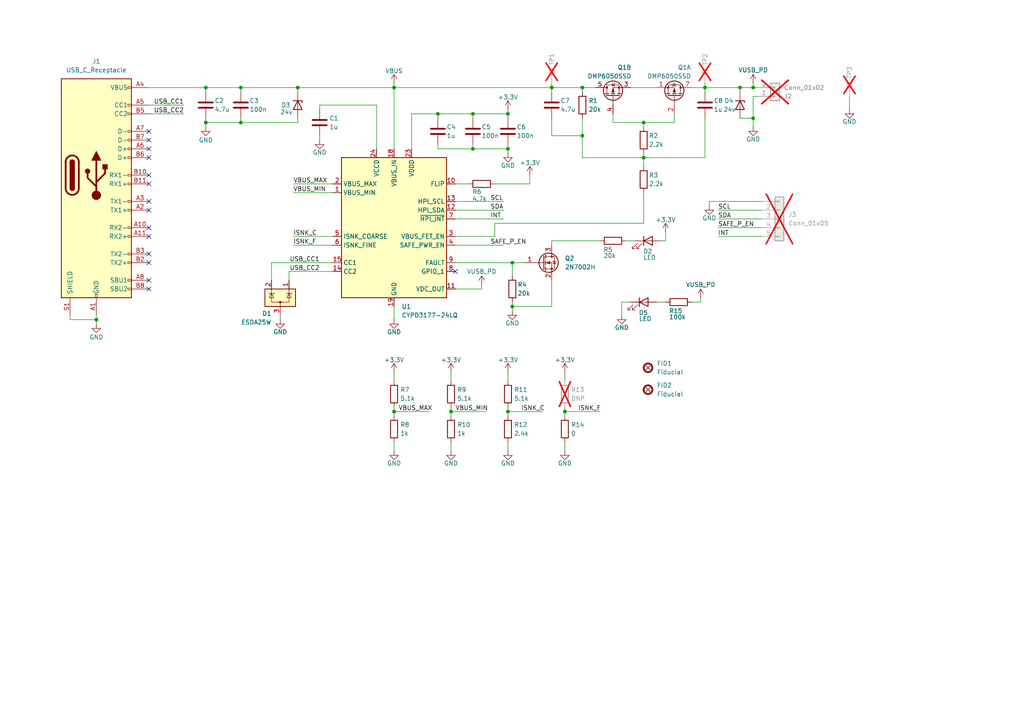
<source format=kicad_sch>
(kicad_sch (version 20231120) (generator "eeschema") (generator_version "8.0")
  (paper "A4")
  (lib_symbols
    (symbol "Connector:TestPoint" (pin_numbers hide) (pin_names (offset 0.762) hide)
      (property "Reference" "TP" (at 0 6.858 0))
      (property "Value" "TestPoint" (at 0 5.08 0))
      (symbol "TestPoint_0_1"
        (circle (center 0 3.302) (radius 0.762))
      )
      (symbol "TestPoint_1_1"
        (pin passive line (at 0 0 90) (length 2.54) (name "1") (number "1"))
      )
    )
    (symbol "Connector:USB_C_Receptacle" (pin_names (offset 1.016))
      (property "Reference" "J" (at -10.16 29.21 0))
      (property "Value" "USB_C_Receptacle" (at 10.16 29.21 0))
      (symbol "USB_C_Receptacle_0_0"
        (rectangle (start -0.254 -35.56) (end 0.254 -34.544))
        (rectangle (start 10.16 -32.766) (end 9.144 -33.274))
        (rectangle (start 10.16 -30.226) (end 9.144 -30.734))
        (rectangle (start 10.16 -25.146) (end 9.144 -25.654))
        (rectangle (start 10.16 -22.606) (end 9.144 -23.114))
        (rectangle (start 10.16 -17.526) (end 9.144 -18.034))
        (rectangle (start 10.16 -14.986) (end 9.144 -15.494))
        (rectangle (start 10.16 -9.906) (end 9.144 -10.414))
        (rectangle (start 10.16 -7.366) (end 9.144 -7.874))
        (rectangle (start 10.16 -2.286) (end 9.144 -2.794))
        (rectangle (start 10.16 0.254) (end 9.144 -0.254))
        (rectangle (start 10.16 5.334) (end 9.144 4.826))
        (rectangle (start 10.16 7.874) (end 9.144 7.366))
        (rectangle (start 10.16 10.414) (end 9.144 9.906))
        (rectangle (start 10.16 12.954) (end 9.144 12.446))
        (rectangle (start 10.16 18.034) (end 9.144 17.526))
        (rectangle (start 10.16 20.574) (end 9.144 20.066))
        (rectangle (start 10.16 25.654) (end 9.144 25.146))
      )
      (symbol "USB_C_Receptacle_0_1"
        (rectangle (start -10.16 27.94) (end 10.16 -35.56) (stroke (width 0.254)) (fill (type background)))
        (arc (start -8.89 -3.81) (mid -6.985 -5.7067) (end -5.08 -3.81) (stroke (width 0.508)))
        (arc (start -7.62 -3.81) (mid -6.985 -4.4423) (end -6.35 -3.81) (stroke (width 0.254)))
        (arc (start -7.62 -3.81) (mid -6.985 -4.4423) (end -6.35 -3.81) (stroke (width 0.254)) (fill (type outline)))
        (rectangle (start -7.62 -3.81) (end -6.35 3.81) (stroke (width 0.254)) (fill (type outline)))
        (arc (start -6.35 3.81) (mid -6.985 4.4423) (end -7.62 3.81) (stroke (width 0.254)))
        (arc (start -6.35 3.81) (mid -6.985 4.4423) (end -7.62 3.81) (stroke (width 0.254)) (fill (type outline)))
        (arc (start -5.08 3.81) (mid -6.985 5.7067) (end -8.89 3.81) (stroke (width 0.508)))
        (polyline (pts (xy -8.89 -3.81) (xy -8.89 3.81)) (stroke (width 0.508)))
        (polyline (pts (xy -5.08 3.81) (xy -5.08 -3.81)) (stroke (width 0.508)))
      )
      (symbol "USB_C_Receptacle_1_1"
        (circle (center -2.54 1.143) (radius 0.635) (stroke (width 0.254)) (fill (type outline)))
        (circle (center 0 -5.842) (radius 1.27) (fill (type outline)))
        (polyline (pts (xy 0 -5.842) (xy 0 4.318)) (stroke (width 0.508)))
        (polyline (pts (xy 0 -3.302) (xy -2.54 -0.762) (xy -2.54 0.508)) (stroke (width 0.508)))
        (polyline (pts (xy 0 -2.032) (xy 2.54 0.508) (xy 2.54 1.778)) (stroke (width 0.508)))
        (polyline (pts (xy -1.27 4.318) (xy 0 6.858) (xy 1.27 4.318) (xy -1.27 4.318)) (stroke (width 0.254)) (fill (type outline)))
        (rectangle (start 1.905 1.778) (end 3.175 3.048) (stroke (width 0.254)) (fill (type outline)))
        (pin passive line (at 0 -40.64 90) (length 5.08) (name "GND") (number "A1"))
        (pin bidirectional line (at 15.24 -15.24 180) (length 5.08) (name "RX2-") (number "A10"))
        (pin bidirectional line (at 15.24 -17.78 180) (length 5.08) (name "RX2+") (number "A11"))
        (pin passive line (at 0 -40.64 90) (length 5.08) hide (name "GND") (number "A12"))
        (pin bidirectional line (at 15.24 -10.16 180) (length 5.08) (name "TX1+") (number "A2"))
        (pin bidirectional line (at 15.24 -7.62 180) (length 5.08) (name "TX1-") (number "A3"))
        (pin passive line (at 15.24 25.4 180) (length 5.08) (name "VBUS") (number "A4"))
        (pin bidirectional line (at 15.24 20.32 180) (length 5.08) (name "CC1") (number "A5"))
        (pin bidirectional line (at 15.24 7.62 180) (length 5.08) (name "D+") (number "A6"))
        (pin bidirectional line (at 15.24 12.7 180) (length 5.08) (name "D-") (number "A7"))
        (pin bidirectional line (at 15.24 -30.48 180) (length 5.08) (name "SBU1") (number "A8"))
        (pin passive line (at 15.24 25.4 180) (length 5.08) hide (name "VBUS") (number "A9"))
        (pin passive line (at 0 -40.64 90) (length 5.08) hide (name "GND") (number "B1"))
        (pin bidirectional line (at 15.24 0 180) (length 5.08) (name "RX1-") (number "B10"))
        (pin bidirectional line (at 15.24 -2.54 180) (length 5.08) (name "RX1+") (number "B11"))
        (pin passive line (at 0 -40.64 90) (length 5.08) hide (name "GND") (number "B12"))
        (pin bidirectional line (at 15.24 -25.4 180) (length 5.08) (name "TX2+") (number "B2"))
        (pin bidirectional line (at 15.24 -22.86 180) (length 5.08) (name "TX2-") (number "B3"))
        (pin passive line (at 15.24 25.4 180) (length 5.08) hide (name "VBUS") (number "B4"))
        (pin bidirectional line (at 15.24 17.78 180) (length 5.08) (name "CC2") (number "B5"))
        (pin bidirectional line (at 15.24 5.08 180) (length 5.08) (name "D+") (number "B6"))
        (pin bidirectional line (at 15.24 10.16 180) (length 5.08) (name "D-") (number "B7"))
        (pin bidirectional line (at 15.24 -33.02 180) (length 5.08) (name "SBU2") (number "B8"))
        (pin passive line (at 15.24 25.4 180) (length 5.08) hide (name "VBUS") (number "B9"))
        (pin passive line (at -7.62 -40.64 90) (length 5.08) (name "SHIELD") (number "S1"))
      )
    )
    (symbol "Connector_Generic:Conn_01x02" (pin_names (offset 1.016) hide)
      (property "Reference" "J" (at 0 2.54 0))
      (property "Value" "Conn_01x02" (at 0 -5.08 0))
      (symbol "Conn_01x02_1_1"
        (rectangle (start -1.27 -2.413) (end 0 -2.667) (stroke (width 0.1524)))
        (rectangle (start -1.27 0.127) (end 0 -0.127) (stroke (width 0.1524)))
        (rectangle (start -1.27 1.27) (end 1.27 -3.81) (stroke (width 0.254)) (fill (type background)))
        (pin passive line (at -5.08 0 0) (length 3.81) (name "Pin_1") (number "1"))
        (pin passive line (at -5.08 -2.54 0) (length 3.81) (name "Pin_2") (number "2"))
      )
    )
    (symbol "Connector_Generic:Conn_01x05" (pin_names (offset 1.016) hide)
      (property "Reference" "J" (at 0 7.62 0))
      (property "Value" "Conn_01x05" (at 0 -7.62 0))
      (symbol "Conn_01x05_1_1"
        (rectangle (start -1.27 -4.953) (end 0 -5.207) (stroke (width 0.1524)))
        (rectangle (start -1.27 -2.413) (end 0 -2.667) (stroke (width 0.1524)))
        (rectangle (start -1.27 0.127) (end 0 -0.127) (stroke (width 0.1524)))
        (rectangle (start -1.27 2.667) (end 0 2.413) (stroke (width 0.1524)))
        (rectangle (start -1.27 5.207) (end 0 4.953) (stroke (width 0.1524)))
        (rectangle (start -1.27 6.35) (end 1.27 -6.35) (stroke (width 0.254)) (fill (type background)))
        (pin passive line (at -5.08 5.08 0) (length 3.81) (name "Pin_1") (number "1"))
        (pin passive line (at -5.08 2.54 0) (length 3.81) (name "Pin_2") (number "2"))
        (pin passive line (at -5.08 0 0) (length 3.81) (name "Pin_3") (number "3"))
        (pin passive line (at -5.08 -2.54 0) (length 3.81) (name "Pin_4") (number "4"))
        (pin passive line (at -5.08 -5.08 0) (length 3.81) (name "Pin_5") (number "5"))
      )
    )
    (symbol "Device:C" (pin_numbers hide) (pin_names (offset 0.254))
      (property "Reference" "C" (at 0.635 2.54 0))
      (property "Value" "C" (at 0.635 -2.54 0))
      (symbol "C_0_1"
        (polyline (pts (xy -2.032 -0.762) (xy 2.032 -0.762)) (stroke (width 0.508)))
        (polyline (pts (xy -2.032 0.762) (xy 2.032 0.762)) (stroke (width 0.508)))
      )
      (symbol "C_1_1"
        (pin passive line (at 0 3.81 270) (length 2.794) (name "~") (number "1"))
        (pin passive line (at 0 -3.81 90) (length 2.794) (name "~") (number "2"))
      )
    )
    (symbol "Device:D_Zener" (pin_numbers hide) (pin_names (offset 1.016) hide)
      (property "Reference" "D" (at 0 2.54 0))
      (property "Value" "D_Zener" (at 0 -2.54 0))
      (symbol "D_Zener_0_1"
        (polyline (pts (xy 1.27 0) (xy -1.27 0)))
        (polyline (pts (xy -1.27 -1.27) (xy -1.27 1.27) (xy -0.762 1.27)) (stroke (width 0.254)))
        (polyline (pts (xy 1.27 -1.27) (xy 1.27 1.27) (xy -1.27 0) (xy 1.27 -1.27)) (stroke (width 0.254)))
      )
      (symbol "D_Zener_1_1"
        (pin passive line (at -3.81 0 0) (length 2.54) (name "K") (number "1"))
        (pin passive line (at 3.81 0 180) (length 2.54) (name "A") (number "2"))
      )
    )
    (symbol "Device:LED" (pin_numbers hide) (pin_names (offset 1.016) hide)
      (property "Reference" "D" (at 0 2.54 0))
      (property "Value" "LED" (at 0 -2.54 0))
      (symbol "LED_0_1"
        (polyline (pts (xy -1.27 -1.27) (xy -1.27 1.27)) (stroke (width 0.254)))
        (polyline (pts (xy -1.27 0) (xy 1.27 0)))
        (polyline (pts (xy 1.27 -1.27) (xy 1.27 1.27) (xy -1.27 0) (xy 1.27 -1.27)) (stroke (width 0.254)))
        (polyline (pts (xy -3.048 -0.762) (xy -4.572 -2.286) (xy -3.81 -2.286) (xy -4.572 -2.286) (xy -4.572 -1.524)))
        (polyline (pts (xy -1.778 -0.762) (xy -3.302 -2.286) (xy -2.54 -2.286) (xy -3.302 -2.286) (xy -3.302 -1.524)))
      )
      (symbol "LED_1_1"
        (pin passive line (at -3.81 0 0) (length 2.54) (name "K") (number "1"))
        (pin passive line (at 3.81 0 180) (length 2.54) (name "A") (number "2"))
      )
    )
    (symbol "Device:R" (pin_numbers hide) (pin_names (offset 0))
      (property "Reference" "R" (at 2.032 0 90))
      (property "Value" "R" (at 0 0 90))
      (symbol "R_0_1"
        (rectangle (start -1.016 -2.54) (end 1.016 2.54) (stroke (width 0.254)))
      )
      (symbol "R_1_1"
        (pin passive line (at 0 3.81 270) (length 1.27) (name "~") (number "1"))
        (pin passive line (at 0 -3.81 90) (length 1.27) (name "~") (number "2"))
      )
    )
    (symbol "Interface_USB:CYPD3177-24LQ"
      (property "Reference" "U" (at -13.97 21.59 0))
      (property "Value" "CYPD3177-24LQ" (at 10.16 -21.59 0))
      (symbol "CYPD3177-24LQ_0_1"
        (rectangle (start -15.24 20.32) (end 15.24 -20.32) (stroke (width 0.254)) (fill (type background)))
      )
      (symbol "CYPD3177-24LQ_1_1"
        (pin input line (at -17.78 10.16 0) (length 2.54) (name "VBUS_MIN") (number "1"))
        (pin output line (at 17.78 12.7 180) (length 2.54) (name "FLIP") (number "10"))
        (pin output line (at 17.78 -17.78 180) (length 2.54) (name "VDC_OUT") (number "11"))
        (pin bidirectional line (at 17.78 5.08 180) (length 2.54) (name "HPI_SDA") (number "12"))
        (pin bidirectional line (at 17.78 7.62 180) (length 2.54) (name "HPI_SCL") (number "13"))
        (pin bidirectional line (at -17.78 -12.7 0) (length 2.54) (name "CC2") (number "14"))
        (pin bidirectional line (at -17.78 -10.16 0) (length 2.54) (name "CC1") (number "15"))
        (pin no_connect line (at -15.24 2.54 0) (length 2.54) hide (name "NC") (number "16"))
        (pin no_connect line (at -15.24 5.08 0) (length 2.54) hide (name "NC") (number "17"))
        (pin power_in line (at 0 22.86 270) (length 2.54) (name "VBUS_IN") (number "18"))
        (pin power_in line (at 0 -22.86 90) (length 2.54) (name "GND") (number "19"))
        (pin input line (at -17.78 12.7 0) (length 2.54) (name "VBUS_MAX") (number "2"))
        (pin no_connect line (at 15.24 17.78 180) (length 2.54) hide (name "NC") (number "20"))
        (pin no_connect line (at 15.24 15.24 180) (length 2.54) hide (name "NC") (number "21"))
        (pin passive line (at 0 -22.86 90) (length 2.54) hide (name "GND") (number "22"))
        (pin power_out line (at 5.08 22.86 270) (length 2.54) (name "VDDD") (number "23"))
        (pin power_out line (at -5.08 22.86 270) (length 2.54) (name "VCCD") (number "24"))
        (pin passive line (at 0 -22.86 90) (length 2.54) hide (name "GND") (number "25"))
        (pin output line (at 17.78 -2.54 180) (length 2.54) (name "VBUS_FET_EN") (number "3"))
        (pin output line (at 17.78 -5.08 180) (length 2.54) (name "SAFE_PWR_EN") (number "4"))
        (pin input line (at -17.78 -2.54 0) (length 2.54) (name "ISNK_COARSE") (number "5"))
        (pin input line (at -17.78 -5.08 0) (length 2.54) (name "ISNK_FINE") (number "6"))
        (pin input line (at 17.78 2.54 180) (length 2.54) (name "~{HPI_INT}") (number "7"))
        (pin bidirectional line (at 17.78 -12.7 180) (length 2.54) (name "GPIO_1") (number "8"))
        (pin output line (at 17.78 -10.16 180) (length 2.54) (name "FAULT") (number "9"))
      )
    )
    (symbol "Mechanical:Fiducial" (exclude_from_sim yes) (in_bom no)
      (property "Reference" "FID" (at 0 5.08 0))
      (property "Value" "Fiducial" (at 0 3.175 0))
      (symbol "Fiducial_0_1"
        (circle (center 0 0) (radius 1.27) (stroke (width 0.508)) (fill (type background)))
      )
    )
    (symbol "Power_Protection:ESDA5V3L" (pin_names hide)
      (property "Reference" "D" (at 5.715 2.54 0))
      (property "Value" "ESDA5V3L" (at 5.715 0.635 0))
      (symbol "ESDA5V3L_0_0"
        (pin passive line (at 0 -5.08 90) (length 2.54) (name "A") (number "3"))
      )
      (symbol "ESDA5V3L_0_1"
        (rectangle (start -4.445 2.54) (end 4.445 -2.54) (stroke (width 0.254)) (fill (type background)))
        (circle (center 0 -1.27) (radius 0.254) (fill (type outline)))
        (polyline (pts (xy -2.54 2.54) (xy -2.54 1.27)))
        (polyline (pts (xy 0 -1.27) (xy 0 -2.54)))
        (polyline (pts (xy 2.54 2.54) (xy 2.54 1.27)))
        (polyline (pts (xy -3.302 1.016) (xy -3.302 1.27) (xy -1.905 1.27) (xy -1.778 1.27)))
        (polyline (pts (xy -2.54 1.27) (xy -2.54 -1.27) (xy 2.54 -1.27) (xy 2.54 1.27)))
        (polyline (pts (xy -2.54 1.27) (xy -1.905 0) (xy -3.175 0) (xy -2.54 1.27)))
        (polyline (pts (xy 1.778 1.016) (xy 1.778 1.27) (xy 3.175 1.27) (xy 3.302 1.27)))
        (polyline (pts (xy 2.54 1.27) (xy 1.905 0) (xy 3.175 0) (xy 2.54 1.27)))
      )
      (symbol "ESDA5V3L_1_1"
        (pin passive line (at -2.54 5.08 270) (length 2.54) (name "K") (number "1"))
        (pin passive line (at 2.54 5.08 270) (length 2.54) (name "K") (number "2"))
      )
    )
    (symbol "Transistor_FET:2N7002H" (pin_names hide)
      (property "Reference" "Q" (at 5.08 1.905 0))
      (property "Value" "2N7002H" (at 5.08 0 0))
      (symbol "2N7002H_0_1"
        (polyline (pts (xy 0.254 0) (xy -2.54 0)))
        (polyline (pts (xy 0.254 1.905) (xy 0.254 -1.905)) (stroke (width 0.254)))
        (polyline (pts (xy 0.762 -1.27) (xy 0.762 -2.286)) (stroke (width 0.254)))
        (polyline (pts (xy 0.762 0.508) (xy 0.762 -0.508)) (stroke (width 0.254)))
        (polyline (pts (xy 0.762 2.286) (xy 0.762 1.27)) (stroke (width 0.254)))
        (polyline (pts (xy 2.54 2.54) (xy 2.54 1.778)))
        (polyline (pts (xy 2.54 -2.54) (xy 2.54 0) (xy 0.762 0)))
        (polyline (pts (xy 0.762 -1.778) (xy 3.302 -1.778) (xy 3.302 1.778) (xy 0.762 1.778)))
        (polyline (pts (xy 1.016 0) (xy 2.032 0.381) (xy 2.032 -0.381) (xy 1.016 0)) (fill (type outline)))
        (polyline (pts (xy 2.794 0.508) (xy 2.921 0.381) (xy 3.683 0.381) (xy 3.81 0.254)))
        (polyline (pts (xy 3.302 0.381) (xy 2.921 -0.254) (xy 3.683 -0.254) (xy 3.302 0.381)))
        (circle (center 1.651 0) (radius 2.794) (stroke (width 0.254)))
        (circle (center 2.54 -1.778) (radius 0.254) (fill (type outline)))
        (circle (center 2.54 1.778) (radius 0.254) (fill (type outline)))
      )
      (symbol "2N7002H_1_1"
        (pin input line (at -5.08 0 0) (length 2.54) (name "G") (number "1"))
        (pin passive line (at 2.54 -5.08 90) (length 2.54) (name "S") (number "2"))
        (pin passive line (at 2.54 5.08 270) (length 2.54) (name "D") (number "3"))
      )
    )
    (symbol "Transistor_FET:DMP6050SSD" (pin_names hide)
      (property "Reference" "Q" (at 5.08 1.905 0))
      (property "Value" "DMP6050SSD" (at 5.08 0 0))
      (symbol "DMP6050SSD_0_1"
        (polyline (pts (xy 0.254 0) (xy -2.54 0)))
        (polyline (pts (xy 0.254 1.905) (xy 0.254 -1.905)) (stroke (width 0.254)))
        (polyline (pts (xy 0.762 -1.27) (xy 0.762 -2.286)) (stroke (width 0.254)))
        (polyline (pts (xy 0.762 0.508) (xy 0.762 -0.508)) (stroke (width 0.254)))
        (polyline (pts (xy 0.762 2.286) (xy 0.762 1.27)) (stroke (width 0.254)))
        (polyline (pts (xy 2.54 2.54) (xy 2.54 1.778)))
        (polyline (pts (xy 2.54 -2.54) (xy 2.54 0) (xy 0.762 0)))
        (polyline (pts (xy 0.762 1.778) (xy 3.302 1.778) (xy 3.302 -1.778) (xy 0.762 -1.778)))
        (polyline (pts (xy 2.286 0) (xy 1.27 0.381) (xy 1.27 -0.381) (xy 2.286 0)) (fill (type outline)))
        (polyline (pts (xy 2.794 -0.508) (xy 2.921 -0.381) (xy 3.683 -0.381) (xy 3.81 -0.254)))
        (polyline (pts (xy 3.302 -0.381) (xy 2.921 0.254) (xy 3.683 0.254) (xy 3.302 -0.381)))
        (circle (center 1.651 0) (radius 2.794) (stroke (width 0.254)))
        (circle (center 2.54 -1.778) (radius 0.254) (fill (type outline)))
        (circle (center 2.54 1.778) (radius 0.254) (fill (type outline)))
      )
      (symbol "DMP6050SSD_1_1"
        (pin passive line (at 2.54 -5.08 90) (length 2.54) (name "S1") (number "1"))
        (pin input line (at -5.08 0 0) (length 2.54) (name "G1") (number "2"))
        (pin passive line (at 2.54 5.08 270) (length 2.54) (name "D1") (number "7"))
        (pin passive line (at 2.54 5.08 270) (length 2.54) hide (name "D1") (number "8"))
      )
      (symbol "DMP6050SSD_2_1"
        (pin passive line (at 2.54 -5.08 90) (length 2.54) (name "S2") (number "3"))
        (pin input line (at -5.08 0 0) (length 2.54) (name "G2") (number "4"))
        (pin passive line (at 2.54 5.08 270) (length 2.54) (name "D2") (number "5"))
        (pin passive line (at 2.54 5.08 270) (length 2.54) hide (name "D2") (number "6"))
      )
    )
    (symbol "power:+3.3V" (power) (pin_numbers hide) (pin_names (offset 0) hide)
      (property "Value" "+3.3V" (at 0 3.556 0))
      (symbol "+3.3V_0_1"
        (polyline (pts (xy -0.762 1.27) (xy 0 2.54)))
        (polyline (pts (xy 0 0) (xy 0 2.54)))
        (polyline (pts (xy 0 2.54) (xy 0.762 1.27)))
      )
      (symbol "+3.3V_1_1"
        (pin power_in line (at 0 0 90) (length 0) (name "~") (number "1"))
      )
    )
    (symbol "power:GND" (power) (pin_numbers hide) (pin_names (offset 0) hide)
      (property "Value" "GND" (at 0 -3.81 0))
      (symbol "GND_0_1"
        (polyline (pts (xy 0 0) (xy 0 -1.27) (xy 1.27 -1.27) (xy 0 -2.54) (xy -1.27 -1.27) (xy 0 -1.27)))
      )
      (symbol "GND_1_1"
        (pin power_in line (at 0 0 270) (length 0) (name "~") (number "1"))
      )
    )
    (symbol "power:VBUS" (power) (pin_numbers hide) (pin_names (offset 0) hide)
      (property "Value" "VBUS" (at 0 3.556 0))
      (symbol "VBUS_0_1"
        (polyline (pts (xy -0.762 1.27) (xy 0 2.54)))
        (polyline (pts (xy 0 0) (xy 0 2.54)))
        (polyline (pts (xy 0 2.54) (xy 0.762 1.27)))
      )
      (symbol "VBUS_1_1"
        (pin power_in line (at 0 0 90) (length 0) (name "~") (number "1"))
      )
    )
    (symbol "power:VDD" (power) (pin_numbers hide) (pin_names (offset 0) hide)
      (property "Value" "VDD" (at 0 3.556 0))
      (symbol "VDD_0_1"
        (polyline (pts (xy -0.762 1.27) (xy 0 2.54)))
        (polyline (pts (xy 0 0) (xy 0 2.54)))
        (polyline (pts (xy 0 2.54) (xy 0.762 1.27)))
      )
      (symbol "VDD_1_1"
        (pin power_in line (at 0 0 90) (length 0) (name "~") (number "1"))
      )
    )
  )
  (junction (at 114.3 25.4))
  (junction (at 130.81 119.38))
  (junction (at 127 33.02))
  (junction (at 147.32 43.18))
  (junction (at 59.69 35.56))
  (junction (at 148.59 88.9))
  (junction (at 59.69 25.4))
  (junction (at 168.91 39.37))
  (junction (at 186.69 45.72))
  (junction (at 204.47 25.4))
  (junction (at 147.32 119.38))
  (junction (at 218.44 25.4))
  (junction (at 214.63 25.4))
  (junction (at 86.36 25.4))
  (junction (at 186.69 35.56))
  (junction (at 148.59 76.2))
  (junction (at 160.02 25.4))
  (junction (at 114.3 119.38))
  (junction (at 69.85 35.56))
  (junction (at 147.32 33.02))
  (junction (at 163.83 119.38))
  (junction (at 69.85 25.4))
  (junction (at 27.94 92.71))
  (junction (at 218.44 34.29))
  (junction (at 137.16 33.02))
  (junction (at 168.91 25.4))
  (junction (at 137.16 43.18))
  (no_connect (at 132.08 78.74))
  (no_connect (at 43.18 66.04))
  (no_connect (at 43.18 73.66))
  (no_connect (at 43.18 40.64))
  (no_connect (at 43.18 60.96))
  (no_connect (at 43.18 45.72))
  (no_connect (at 43.18 76.2))
  (no_connect (at 43.18 43.18))
  (no_connect (at 43.18 38.1))
  (no_connect (at 187.96 113.03))
  (no_connect (at 43.18 58.42))
  (no_connect (at 187.96 106.68))
  (no_connect (at 43.18 83.82))
  (no_connect (at 43.18 50.8))
  (no_connect (at 43.18 81.28))
  (no_connect (at 43.18 53.34))
  (no_connect (at 43.18 68.58))
  (wire (pts (xy 160.02 26.67) (xy 160.02 25.4)))
  (wire (pts (xy 180.34 87.63) (xy 182.88 87.63)))
  (wire (pts (xy 160.02 24.13) (xy 160.02 25.4)))
  (wire (pts (xy 168.91 26.67) (xy 168.91 25.4)))
  (wire (pts (xy 109.22 30.48) (xy 109.22 43.18)))
  (wire (pts (xy 43.18 33.02) (xy 53.34 33.02)))
  (wire (pts (xy 132.08 83.82) (xy 139.7 83.82)))
  (wire (pts (xy 20.32 91.44) (xy 20.32 92.71)))
  (wire (pts (xy 204.47 45.72) (xy 186.69 45.72)))
  (wire (pts (xy 59.69 26.67) (xy 59.69 25.4)))
  (wire (pts (xy 114.3 107.95) (xy 114.3 110.49)))
  (wire (pts (xy 186.69 35.56) (xy 195.58 35.56)))
  (wire (pts (xy 132.08 58.42) (xy 146.05 58.42)))
  (wire (pts (xy 137.16 33.02) (xy 147.32 33.02)))
  (wire (pts (xy 147.32 107.95) (xy 147.32 110.49)))
  (wire (pts (xy 168.91 34.29) (xy 168.91 39.37)))
  (wire (pts (xy 160.02 39.37) (xy 168.91 39.37)))
  (wire (pts (xy 85.09 55.88) (xy 96.52 55.88)))
  (wire (pts (xy 127 41.91) (xy 127 43.18)))
  (wire (pts (xy 78.74 76.2) (xy 78.74 81.28)))
  (wire (pts (xy 130.81 128.27) (xy 130.81 130.81)))
  (wire (pts (xy 184.15 69.85) (xy 181.61 69.85)))
  (wire (pts (xy 43.18 25.4) (xy 59.69 25.4)))
  (wire (pts (xy 85.09 68.58) (xy 96.52 68.58)))
  (wire (pts (xy 148.59 76.2) (xy 148.59 80.01)))
  (wire (pts (xy 137.16 41.91) (xy 137.16 43.18)))
  (wire (pts (xy 137.16 34.29) (xy 137.16 33.02)))
  (wire (pts (xy 92.71 31.75) (xy 92.71 30.48)))
  (wire (pts (xy 132.08 53.34) (xy 135.89 53.34)))
  (wire (pts (xy 81.28 91.44) (xy 81.28 92.71)))
  (wire (pts (xy 114.3 119.38) (xy 124.46 119.38)))
  (wire (pts (xy 132.08 63.5) (xy 146.05 63.5)))
  (wire (pts (xy 127 34.29) (xy 127 33.02)))
  (wire (pts (xy 148.59 88.9) (xy 160.02 88.9)))
  (wire (pts (xy 83.82 78.74) (xy 96.52 78.74)))
  (wire (pts (xy 130.81 119.38) (xy 140.97 119.38)))
  (wire (pts (xy 208.28 63.5) (xy 220.98 63.5)))
  (wire (pts (xy 200.66 25.4) (xy 204.47 25.4)))
  (wire (pts (xy 114.3 88.9) (xy 114.3 92.71)))
  (wire (pts (xy 186.69 64.77) (xy 143.51 64.77)))
  (wire (pts (xy 190.5 87.63) (xy 193.04 87.63)))
  (wire (pts (xy 203.2 87.63) (xy 200.66 87.63)))
  (wire (pts (xy 163.83 118.11) (xy 163.83 119.38)))
  (wire (pts (xy 119.38 33.02) (xy 119.38 43.18)))
  (wire (pts (xy 92.71 39.37) (xy 92.71 40.64)))
  (wire (pts (xy 148.59 76.2) (xy 152.4 76.2)))
  (wire (pts (xy 147.32 128.27) (xy 147.32 130.81)))
  (wire (pts (xy 204.47 25.4) (xy 204.47 26.67)))
  (wire (pts (xy 186.69 45.72) (xy 186.69 48.26)))
  (wire (pts (xy 163.83 119.38) (xy 163.83 120.65)))
  (wire (pts (xy 168.91 45.72) (xy 168.91 39.37)))
  (wire (pts (xy 203.2 86.36) (xy 203.2 87.63)))
  (wire (pts (xy 205.74 58.42) (xy 220.98 58.42)))
  (wire (pts (xy 139.7 83.82) (xy 139.7 82.55)))
  (wire (pts (xy 160.02 34.29) (xy 160.02 39.37)))
  (wire (pts (xy 86.36 34.29) (xy 86.36 35.56)))
  (wire (pts (xy 218.44 25.4) (xy 219.71 25.4)))
  (wire (pts (xy 86.36 25.4) (xy 86.36 26.67)))
  (wire (pts (xy 195.58 33.02) (xy 195.58 35.56)))
  (wire (pts (xy 218.44 27.94) (xy 218.44 34.29)))
  (wire (pts (xy 148.59 88.9) (xy 148.59 90.17)))
  (wire (pts (xy 83.82 78.74) (xy 83.82 81.28)))
  (wire (pts (xy 147.32 118.11) (xy 147.32 119.38)))
  (wire (pts (xy 147.32 41.91) (xy 147.32 43.18)))
  (wire (pts (xy 148.59 87.63) (xy 148.59 88.9)))
  (wire (pts (xy 208.28 60.96) (xy 220.98 60.96)))
  (wire (pts (xy 204.47 34.29) (xy 204.47 45.72)))
  (wire (pts (xy 127 33.02) (xy 137.16 33.02)))
  (wire (pts (xy 147.32 119.38) (xy 147.32 120.65)))
  (wire (pts (xy 177.8 35.56) (xy 177.8 33.02)))
  (wire (pts (xy 43.18 30.48) (xy 53.34 30.48)))
  (wire (pts (xy 20.32 92.71) (xy 27.94 92.71)))
  (wire (pts (xy 218.44 24.13) (xy 218.44 25.4)))
  (wire (pts (xy 59.69 35.56) (xy 59.69 36.83)))
  (wire (pts (xy 132.08 71.12) (xy 146.05 71.12)))
  (wire (pts (xy 160.02 88.9) (xy 160.02 81.28)))
  (wire (pts (xy 205.74 59.69) (xy 205.74 58.42)))
  (wire (pts (xy 69.85 34.29) (xy 69.85 35.56)))
  (wire (pts (xy 186.69 44.45) (xy 186.69 45.72)))
  (wire (pts (xy 193.04 67.31) (xy 193.04 69.85)))
  (wire (pts (xy 160.02 25.4) (xy 168.91 25.4)))
  (wire (pts (xy 59.69 35.56) (xy 69.85 35.56)))
  (wire (pts (xy 214.63 34.29) (xy 218.44 34.29)))
  (wire (pts (xy 160.02 69.85) (xy 160.02 71.12)))
  (wire (pts (xy 78.74 76.2) (xy 96.52 76.2)))
  (wire (pts (xy 208.28 68.58) (xy 220.98 68.58)))
  (wire (pts (xy 69.85 25.4) (xy 86.36 25.4)))
  (wire (pts (xy 85.09 53.34) (xy 96.52 53.34)))
  (wire (pts (xy 177.8 35.56) (xy 186.69 35.56)))
  (wire (pts (xy 114.3 25.4) (xy 160.02 25.4)))
  (wire (pts (xy 59.69 34.29) (xy 59.69 35.56)))
  (wire (pts (xy 85.09 71.12) (xy 96.52 71.12)))
  (wire (pts (xy 204.47 24.13) (xy 204.47 25.4)))
  (wire (pts (xy 143.51 53.34) (xy 153.67 53.34)))
  (wire (pts (xy 27.94 93.98) (xy 27.94 92.71)))
  (wire (pts (xy 92.71 30.48) (xy 109.22 30.48)))
  (wire (pts (xy 143.51 64.77) (xy 143.51 68.58)))
  (wire (pts (xy 27.94 91.44) (xy 27.94 92.71)))
  (wire (pts (xy 132.08 76.2) (xy 148.59 76.2)))
  (wire (pts (xy 69.85 26.67) (xy 69.85 25.4)))
  (wire (pts (xy 168.91 25.4) (xy 172.72 25.4)))
  (wire (pts (xy 214.63 25.4) (xy 218.44 25.4)))
  (wire (pts (xy 147.32 43.18) (xy 147.32 44.45)))
  (wire (pts (xy 193.04 69.85) (xy 191.77 69.85)))
  (wire (pts (xy 147.32 34.29) (xy 147.32 33.02)))
  (wire (pts (xy 59.69 25.4) (xy 69.85 25.4)))
  (wire (pts (xy 114.3 128.27) (xy 114.3 130.81)))
  (wire (pts (xy 214.63 25.4) (xy 214.63 26.67)))
  (wire (pts (xy 130.81 118.11) (xy 130.81 119.38)))
  (wire (pts (xy 132.08 60.96) (xy 146.05 60.96)))
  (wire (pts (xy 147.32 119.38) (xy 157.48 119.38)))
  (wire (pts (xy 114.3 119.38) (xy 114.3 120.65)))
  (wire (pts (xy 186.69 35.56) (xy 186.69 36.83)))
  (wire (pts (xy 153.67 50.8) (xy 153.67 53.34)))
  (wire (pts (xy 130.81 107.95) (xy 130.81 110.49)))
  (wire (pts (xy 163.83 128.27) (xy 163.83 130.81)))
  (wire (pts (xy 147.32 31.75) (xy 147.32 33.02)))
  (wire (pts (xy 186.69 45.72) (xy 168.91 45.72)))
  (wire (pts (xy 218.44 34.29) (xy 218.44 36.83)))
  (wire (pts (xy 219.71 27.94) (xy 218.44 27.94)))
  (wire (pts (xy 86.36 25.4) (xy 114.3 25.4)))
  (wire (pts (xy 163.83 107.95) (xy 163.83 110.49)))
  (wire (pts (xy 130.81 119.38) (xy 130.81 120.65)))
  (wire (pts (xy 127 43.18) (xy 137.16 43.18)))
  (wire (pts (xy 114.3 118.11) (xy 114.3 119.38)))
  (wire (pts (xy 137.16 43.18) (xy 147.32 43.18)))
  (wire (pts (xy 163.83 119.38) (xy 173.99 119.38)))
  (wire (pts (xy 246.38 27.94) (xy 246.38 31.75)))
  (wire (pts (xy 69.85 35.56) (xy 86.36 35.56)))
  (wire (pts (xy 114.3 24.13) (xy 114.3 25.4)))
  (wire (pts (xy 204.47 25.4) (xy 214.63 25.4)))
  (wire (pts (xy 208.28 66.04) (xy 220.98 66.04)))
  (wire (pts (xy 160.02 69.85) (xy 173.99 69.85)))
  (wire (pts (xy 180.34 91.44) (xy 180.34 87.63)))
  (wire (pts (xy 132.08 68.58) (xy 143.51 68.58)))
  (wire (pts (xy 127 33.02) (xy 119.38 33.02)))
  (wire (pts (xy 182.88 25.4) (xy 190.5 25.4)))
  (wire (pts (xy 114.3 25.4) (xy 114.3 43.18)))
  (wire (pts (xy 186.69 55.88) (xy 186.69 64.77)))
  (label "USB_CC2" (at 53.34 33.02 180))
  (label "VBUS_MIN" (at 132.08 119.38 0))
  (label "VBUS_MIN" (at 85.09 55.88 0))
  (label "VBUS_MAX" (at 85.09 53.34 0))
  (label "USB_CC1" (at 92.71 76.2 180))
  (label "USB_CC1" (at 53.34 30.48 180))
  (label "ISNK_F" (at 167.64 119.38 0))
  (label "SAFE_P_EN" (at 208.28 66.04 0))
  (label "USB_CC2" (at 92.71 78.74 180))
  (label "SDA" (at 208.28 63.5 0))
  (label "SCL" (at 142.24 58.42 0))
  (label "INT" (at 142.24 63.5 0))
  (label "ISNK_F" (at 85.09 71.12 0))
  (label "VBUS_MAX" (at 115.57 119.38 0))
  (label "ISNK_C" (at 85.09 68.58 0))
  (label "SCL" (at 208.28 60.96 0))
  (label "ISNK_C" (at 151.13 119.38 0))
  (label "SDA" (at 142.24 60.96 0))
  (label "INT" (at 208.28 68.58 0))
  (label "SAFE_P_EN" (at 142.24 71.12 0))
  (symbol (lib_id "power:GND") (at 148.59 90.17 0) (unit 1)
    (property "Reference" "#PWR015" (effects (hide yes)))
    (property "Value" "GND" (at 148.59 93.726 0))
    (property "Description" "Power symbol creates a global label with name \"GND\" , ground" (effects (hide yes)))
  )
  (symbol (lib_id "Device:C") (at 204.47 30.48 0) (unit 1)
    (property "Reference" "C8" (at 207.01 29.21 0) (effects (justify left)))
    (property "Value" "1u" (at 207.01 31.75 0) (effects (justify left)))
    (property "Footprint" "Capacitor_SMD:C_0603_1608Metric" (effects (hide yes)))
    (property "Description" "Unpolarized capacitor" (effects (hide yes)))
    (property "LCSC PN (Sub)" "C77046" (effects (hide yes)))
    (property "LCSC Part #" "C329944" (effects (hide yes)))
  )
  (symbol (lib_id "Connector:TestPoint") (at 204.47 24.13 0) (unit 1) (dnp yes)
    (property "Reference" "TP2" (at 204.47 19.05 90) (effects (justify left)))
    (property "Value" "TestPoint" (effects (hide yes)))
    (property "Footprint" "Connector_Pin:Pin_D1.0mm_L10.0mm_LooseFit" (effects (hide yes)))
    (property "Description" "test point" (effects (hide yes)))
  )
  (symbol (lib_id "power:GND") (at 218.44 36.83 0) (unit 1)
    (property "Reference" "#PWR013" (effects (hide yes)))
    (property "Value" "GND" (at 218.44 40.386 0))
    (property "Description" "Power symbol creates a global label with name \"GND\" , ground" (effects (hide yes)))
  )
  (symbol (lib_id "power:GND") (at 130.81 130.81 0) (unit 1)
    (property "Reference" "#PWR022" (effects (hide yes)))
    (property "Value" "GND" (at 130.81 134.366 0))
    (property "Description" "Power symbol creates a global label with name \"GND\" , ground" (effects (hide yes)))
  )
  (symbol (lib_id "power:VDD") (at 203.2 86.36 0) (unit 1)
    (property "Reference" "#PWR07" (effects (hide yes)))
    (property "Value" "VUSB_PD" (at 203.2 82.55 0))
    (property "Description" "Power symbol creates a global label with name \"VDD\"" (effects (hide yes)))
  )
  (symbol (lib_id "Device:C") (at 160.02 30.48 0) (unit 1)
    (property "Reference" "C7" (at 162.56 29.21 0) (effects (justify left)))
    (property "Value" "4.7u" (at 162.56 31.75 0) (effects (justify left)))
    (property "Footprint" "Capacitor_SMD:C_0603_1608Metric" (effects (hide yes)))
    (property "Description" "Unpolarized capacitor" (effects (hide yes)))
    (property "LCSC PN (Sub)" "C90057" (effects (hide yes)))
    (property "LCSC Part #" "C76615" (effects (hide yes)))
  )
  (symbol (lib_id "power:GND") (at 81.28 92.71 0) (unit 1)
    (property "Reference" "#PWR03" (effects (hide yes)))
    (property "Value" "GND" (at 81.28 96.266 0))
    (property "Description" "Power symbol creates a global label with name \"GND\" , ground" (effects (hide yes)))
  )
  (symbol (lib_id "Connector:TestPoint") (at 246.38 27.94 0) (unit 1) (dnp yes)
    (property "Reference" "TP3" (at 246.38 22.86 90) (effects (justify left)))
    (property "Value" "TestPoint" (effects (hide yes)))
    (property "Footprint" "Connector_Pin:Pin_D1.0mm_L10.0mm_LooseFit" (effects (hide yes)))
    (property "Description" "test point" (effects (hide yes)))
  )
  (symbol (lib_id "power:+3.3V") (at 147.32 31.75 0) (unit 1)
    (property "Reference" "#PWR011" (effects (hide yes)))
    (property "Value" "+3.3V" (at 147.32 28.194 0))
    (property "Description" "Power symbol creates a global label with name \"+3.3V\"" (effects (hide yes)))
  )
  (symbol (lib_id "power:GND") (at 114.3 130.81 0) (unit 1)
    (property "Reference" "#PWR019" (effects (hide yes)))
    (property "Value" "GND" (at 114.3 134.366 0))
    (property "Description" "Power symbol creates a global label with name \"GND\" , ground" (effects (hide yes)))
  )
  (symbol (lib_id "Device:R") (at 196.85 87.63 270) (unit 1)
    (property "Reference" "R15" (at 194.056 90.17 90) (effects (justify left)))
    (property "Value" "100k" (at 194.056 91.948 90) (effects (justify left)))
    (property "Footprint" "Resistor_SMD:R_0603_1608Metric" (effects (hide yes)))
    (property "Description" "Resistor" (effects (hide yes)))
    (property "LCSC PN (Sub)" "C122538" (effects (hide yes)))
    (property "LCSC Part #" "C855559" (effects (hide yes)))
  )
  (symbol (lib_id "Mechanical:Fiducial") (at 187.96 113.03 0) (unit 1) (exclude_from_sim yes) (in_bom no)
    (property "Reference" "FID2" (at 190.5 111.7599 0) (effects (justify left)))
    (property "Value" "Fiducial" (at 190.5 114.2999 0) (effects (justify left)))
    (property "Footprint" "Fiducial:Fiducial_0.5mm_Mask1.5mm" (effects (hide yes)))
    (property "Description" "Fiducial Marker" (effects (hide yes)))
  )
  (symbol (lib_id "Device:R") (at 168.91 30.48 0) (unit 1)
    (property "Reference" "R1" (at 170.688 29.21 0) (effects (justify left)))
    (property "Value" "20k" (at 170.688 31.75 0) (effects (justify left)))
    (property "Footprint" "Resistor_SMD:R_0603_1608Metric" (effects (hide yes)))
    (property "Description" "Resistor" (effects (hide yes)))
    (property "LCSC PN (Sub)" "C705889" (effects (hide yes)))
    (property "LCSC Part #" "C723637" (effects (hide yes)))
  )
  (symbol (lib_id "Device:R") (at 177.8 69.85 270) (unit 1)
    (property "Reference" "R5" (at 175.006 72.39 90) (effects (justify left)))
    (property "Value" "20k" (at 175.006 74.168 90) (effects (justify left)))
    (property "Footprint" "Resistor_SMD:R_0603_1608Metric" (effects (hide yes)))
    (property "Description" "Resistor" (effects (hide yes)))
    (property "LCSC PN (Sub)" "C705889" (effects (hide yes)))
    (property "LCSC Part #" "C723637" (effects (hide yes)))
  )
  (symbol (lib_id "Device:R") (at 139.7 53.34 90) (unit 1)
    (property "Reference" "R6" (at 139.7 55.626 90) (effects (justify left)))
    (property "Value" "4.7k" (at 141.224 57.658 90) (effects (justify left)))
    (property "Footprint" "Resistor_SMD:R_0603_1608Metric" (effects (hide yes)))
    (property "Description" "Resistor" (effects (hide yes)))
    (property "LCSC PN (Sub)" "C705926" (effects (hide yes)))
    (property "LCSC Part #" "C860425" (effects (hide yes)))
  )
  (symbol (lib_id "Interface_USB:CYPD3177-24LQ") (at 114.3 66.04 0) (unit 1)
    (property "Reference" "U1" (at 116.4941 88.9 0) (effects (justify left)))
    (property "Value" "CYPD3177-24LQ" (at 116.4941 91.44 0) (effects (justify left)))
    (property "Footprint" "Package_DFN_QFN:QFN-24-1EP_4x4mm_P0.5mm_EP2.75x2.75mm" (effects (hide yes)))
    (property "Datasheet" "https://www.infineon.com/dgdl/Infineon-EZ-PD_BCR_Datasheet_USB_Type-C_Port_Controller_for_Power_Sinks-DataSheet-v03_00-EN.pdf?fileId=8ac78c8c7d0d8da4017d0ee7ce9d70ad" (effects (hide yes)))
    (property "Description" "Stand-alone USB PD controller (with sink Auto-run mode), QFN-24" (effects (hide yes)))
    (property "LCSC PN (Sub)" "C2959321" (effects (hide yes)))
    (property "LCSC Part #" "C2959321" (effects (hide yes)))
  )
  (symbol (lib_id "Device:C") (at 147.32 38.1 0) (unit 1)
    (property "Reference" "C6" (at 149.86 36.83 0) (effects (justify left)))
    (property "Value" "100n" (at 149.86 39.37 0) (effects (justify left)))
    (property "Footprint" "Capacitor_SMD:C_0603_1608Metric" (effects (hide yes)))
    (property "Description" "Unpolarized capacitor" (effects (hide yes)))
    (property "LCSC PN (Sub)" "C354391" (effects (hide yes)))
    (property "LCSC Part #" "C338117" (effects (hide yes)))
  )
  (symbol (lib_id "power:GND") (at 147.32 130.81 0) (unit 1)
    (property "Reference" "#PWR024" (effects (hide yes)))
    (property "Value" "GND" (at 147.32 134.366 0))
    (property "Description" "Power symbol creates a global label with name \"GND\" , ground" (effects (hide yes)))
  )
  (symbol (lib_id "Connector:USB_C_Receptacle") (at 27.94 50.8 0) (unit 1)
    (property "Reference" "J1" (at 27.94 17.78 0))
    (property "Value" "USB_C_Receptacle" (at 27.94 20.32 0))
    (property "Footprint" "Connector_USB:USB_C_Receptacle_Amphenol_12401610E4-2A" (effects (hide yes)))
    (property "Datasheet" "https://www.usb.org/sites/default/files/documents/usb_type-c.zip" (effects (hide yes)))
    (property "Description" "USB Full-Featured Type-C Receptacle connector" (effects (hide yes)))
    (property "LCSC PN (Sub)" " C464604" (effects (hide yes)))
    (property "LCSC Part #" " C464604" (effects (hide yes)))
  )
  (symbol (lib_id "power:GND") (at 114.3 92.71 0) (unit 1)
    (property "Reference" "#PWR01" (effects (hide yes)))
    (property "Value" "GND" (at 114.3 96.266 0))
    (property "Description" "Power symbol creates a global label with name \"GND\" , ground" (effects (hide yes)))
  )
  (symbol (lib_id "Device:R") (at 163.83 114.3 0) (unit 1) (dnp yes)
    (property "Reference" "R13" (at 165.608 113.03 0) (effects (justify left)))
    (property "Value" "DNP" (at 165.608 115.57 0) (effects (justify left)))
    (property "Footprint" "Resistor_SMD:R_0603_1608Metric_Pad0.98x0.95mm_HandSolder" (effects (hide yes)))
    (property "Description" "Resistor" (effects (hide yes)))
  )
  (symbol (lib_id "Device:C") (at 137.16 38.1 0) (unit 1)
    (property "Reference" "C5" (at 139.7 36.83 0) (effects (justify left)))
    (property "Value" "100n" (at 139.7 39.37 0) (effects (justify left)))
    (property "Footprint" "Capacitor_SMD:C_0603_1608Metric" (effects (hide yes)))
    (property "Description" "Unpolarized capacitor" (effects (hide yes)))
    (property "LCSC PN (Sub)" "C354391" (effects (hide yes)))
    (property "LCSC Part #" "C338117" (effects (hide yes)))
  )
  (symbol (lib_id "Device:C") (at 69.85 30.48 0) (unit 1)
    (property "Reference" "C3" (at 72.39 29.21 0) (effects (justify left)))
    (property "Value" "100n" (at 72.39 31.75 0) (effects (justify left)))
    (property "Footprint" "Capacitor_SMD:C_0603_1608Metric" (effects (hide yes)))
    (property "Description" "Unpolarized capacitor" (effects (hide yes)))
    (property "LCSC PN (Sub)" "C354391" (effects (hide yes)))
    (property "LCSC Part #" "C338117" (effects (hide yes)))
  )
  (symbol (lib_id "power:GND") (at 180.34 91.44 0) (unit 1)
    (property "Reference" "#PWR09" (effects (hide yes)))
    (property "Value" "GND" (at 180.34 94.996 0))
    (property "Description" "Power symbol creates a global label with name \"GND\" , ground" (effects (hide yes)))
  )
  (symbol (lib_id "Connector_Generic:Conn_01x05") (at 226.06 63.5 0) (unit 1) (dnp yes)
    (property "Reference" "J3" (at 228.6 62.2299 0) (effects (justify left)))
    (property "Value" "Conn_01x05" (at 228.6 64.7699 0) (effects (justify left)))
    (property "Footprint" "Connector_PinHeader_2.54mm:PinHeader_1x05_P2.54mm_Vertical" (effects (hide yes)))
    (property "Description" "Generic connector, single row, 01x05, script generated (kicad-library-utils/schlib/autogen/connector/)" (effects (hide yes)))
  )
  (symbol (lib_id "Mechanical:Fiducial") (at 187.96 106.68 0) (unit 1) (exclude_from_sim yes) (in_bom no)
    (property "Reference" "FID1" (at 190.5 105.4099 0) (effects (justify left)))
    (property "Value" "Fiducial" (at 190.5 107.9499 0) (effects (justify left)))
    (property "Footprint" "Fiducial:Fiducial_0.5mm_Mask1.5mm" (effects (hide yes)))
    (property "Description" "Fiducial Marker" (effects (hide yes)))
  )
  (symbol (lib_id "Device:C") (at 92.71 35.56 0) (unit 1)
    (property "Reference" "C1" (at 95.504 34.29 0) (effects (justify left)))
    (property "Value" "1u" (at 95.504 36.83 0) (effects (justify left)))
    (property "Footprint" "Capacitor_SMD:C_0603_1608Metric" (effects (hide yes)))
    (property "Description" "Unpolarized capacitor" (effects (hide yes)))
    (property "LCSC PN (Sub)" "C77046" (effects (hide yes)))
    (property "LCSC Part #" "C329944" (effects (hide yes)))
  )
  (symbol (lib_id "power:GND") (at 92.71 40.64 0) (unit 1)
    (property "Reference" "#PWR04" (effects (hide yes)))
    (property "Value" "GND" (at 92.71 44.196 0))
    (property "Description" "Power symbol creates a global label with name \"GND\" , ground" (effects (hide yes)))
  )
  (symbol (lib_id "Device:LED") (at 186.69 87.63 0) (unit 1)
    (property "Reference" "D5" (at 187.96 90.678 0) (effects (justify right)))
    (property "Value" "LED" (at 188.976 92.456 0) (effects (justify right)))
    (property "Footprint" "LED_SMD:LED_0603_1608Metric" (effects (hide yes)))
    (property "Description" "Light emitting diode" (effects (hide yes)))
    (property "LCSC PN (Sub)" "C3000897" (effects (hide yes)))
    (property "LCSC Part #" "C125101" (effects (hide yes)))
  )
  (symbol (lib_id "power:GND") (at 27.94 93.98 0) (unit 1)
    (property "Reference" "#PWR02" (effects (hide yes)))
    (property "Value" "GND" (at 27.94 97.79 0))
    (property "Description" "Power symbol creates a global label with name \"GND\" , ground" (effects (hide yes)))
  )
  (symbol (lib_id "power:+3.3V") (at 114.3 107.95 0) (unit 1)
    (property "Reference" "#PWR020" (effects (hide yes)))
    (property "Value" "+3.3V" (at 114.3 104.394 0))
    (property "Description" "Power symbol creates a global label with name \"+3.3V\"" (effects (hide yes)))
  )
  (symbol (lib_id "Device:R") (at 130.81 124.46 0) (unit 1)
    (property "Reference" "R10" (at 132.588 123.19 0) (effects (justify left)))
    (property "Value" "1k" (at 132.588 125.73 0) (effects (justify left)))
    (property "Footprint" "Resistor_SMD:R_0603_1608Metric_Pad0.98x0.95mm_HandSolder" (effects (hide yes)))
    (property "Description" "Resistor" (effects (hide yes)))
    (property "LCSC PN (Sub)" "C860716" (effects (hide yes)))
    (property "LCSC Part #" "C855701" (effects (hide yes)))
  )
  (symbol (lib_id "Device:C") (at 59.69 30.48 0) (unit 1)
    (property "Reference" "C2" (at 62.23 29.21 0) (effects (justify left)))
    (property "Value" "4.7u" (at 62.23 31.75 0) (effects (justify left)))
    (property "Footprint" "Capacitor_SMD:C_0603_1608Metric" (effects (hide yes)))
    (property "Description" "Unpolarized capacitor" (effects (hide yes)))
    (property "LCSC PN (Sub)" "C90057" (effects (hide yes)))
    (property "LCSC Part #" "C76615" (effects (hide yes)))
  )
  (symbol (lib_id "power:GND") (at 246.38 31.75 0) (unit 1)
    (property "Reference" "#PWR028" (effects (hide yes)))
    (property "Value" "GND" (at 246.38 35.306 0))
    (property "Description" "Power symbol creates a global label with name \"GND\" , ground" (effects (hide yes)))
  )
  (symbol (lib_id "power:+3.3V") (at 163.83 107.95 0) (unit 1)
    (property "Reference" "#PWR025" (effects (hide yes)))
    (property "Value" "+3.3V" (at 163.83 104.394 0))
    (property "Description" "Power symbol creates a global label with name \"+3.3V\"" (effects (hide yes)))
  )
  (symbol (lib_id "Device:R") (at 114.3 114.3 0) (unit 1)
    (property "Reference" "R7" (at 116.078 113.03 0) (effects (justify left)))
    (property "Value" "5.1k" (at 116.078 115.57 0) (effects (justify left)))
    (property "Footprint" "Resistor_SMD:R_0603_1608Metric_Pad0.98x0.95mm_HandSolder" (effects (hide yes)))
    (property "Description" "Resistor" (effects (hide yes)))
    (property "LCSC PN (Sub)" "C860455" (effects (hide yes)))
    (property "LCSC Part #" "C914801" (effects (hide yes)))
  )
  (symbol (lib_id "power:+3.3V") (at 130.81 107.95 0) (unit 1)
    (property "Reference" "#PWR021" (effects (hide yes)))
    (property "Value" "+3.3V" (at 130.81 104.394 0))
    (property "Description" "Power symbol creates a global label with name \"+3.3V\"" (effects (hide yes)))
  )
  (symbol (lib_id "power:GND") (at 205.74 59.69 0) (unit 1)
    (property "Reference" "#PWR06" (effects (hide yes)))
    (property "Value" "GND" (at 205.74 63.246 0))
    (property "Description" "Power symbol creates a global label with name \"GND\" , ground" (effects (hide yes)))
  )
  (symbol (lib_id "Device:R") (at 147.32 114.3 0) (unit 1)
    (property "Reference" "R11" (at 149.098 113.03 0) (effects (justify left)))
    (property "Value" "5.1k" (at 149.098 115.57 0) (effects (justify left)))
    (property "Footprint" "Resistor_SMD:R_0603_1608Metric_Pad0.98x0.95mm_HandSolder" (effects (hide yes)))
    (property "Description" "Resistor" (effects (hide yes)))
    (property "LCSC PN (Sub)" "C860455" (effects (hide yes)))
    (property "LCSC Part #" "C914801" (effects (hide yes)))
  )
  (symbol (lib_id "power:GND") (at 147.32 44.45 0) (unit 1)
    (property "Reference" "#PWR08" (effects (hide yes)))
    (property "Value" "GND" (at 147.32 48.006 0))
    (property "Description" "Power symbol creates a global label with name \"GND\" , ground" (effects (hide yes)))
  )
  (symbol (lib_id "power:+3.3V") (at 147.32 107.95 0) (unit 1)
    (property "Reference" "#PWR023" (effects (hide yes)))
    (property "Value" "+3.3V" (at 147.32 104.394 0))
    (property "Description" "Power symbol creates a global label with name \"+3.3V\"" (effects (hide yes)))
  )
  (symbol (lib_id "Power_Protection:ESDA5V3L") (at 81.28 86.36 0) (mirror y) (unit 1)
    (property "Reference" "D1" (at 78.74 90.932 0) (effects (justify left)))
    (property "Value" "ESDA25W" (at 78.74 93.472 0) (effects (justify left)))
    (property "Footprint" "Package_TO_SOT_SMD:SOT-323_SC-70" (effects (hide yes)))
    (property "Datasheet" "https://www.st.com/resource/en/datasheet/esdal.pdf" (effects (hide yes)))
    (property "Description" "TVS Diode Array, 5.5V Standoff, 2 Channels, SOT23" (effects (hide yes)))
    (property "LCSC PN (Sub)" "C3021136" (effects (hide yes)))
    (property "LCSC Part #" "C3021136" (effects (hide yes)))
  )
  (symbol (lib_id "power:GND") (at 59.69 36.83 0) (unit 1)
    (property "Reference" "#PWR05" (effects (hide yes)))
    (property "Value" "GND" (at 59.69 40.64 0))
    (property "Description" "Power symbol creates a global label with name \"GND\" , ground" (effects (hide yes)))
  )
  (symbol (lib_id "Connector_Generic:Conn_01x02") (at 224.79 27.94 0) (mirror x) (unit 1) (dnp yes)
    (property "Reference" "J2" (at 227.33 27.9401 0) (effects (justify left)))
    (property "Value" "Conn_01x02" (at 227.33 25.4001 0) (effects (justify left)))
    (property "Footprint" "Connector_Molex:Molex_Micro-Fit_3.0_43650-0200_1x02_P3.00mm_Horizontal" (effects (hide yes)))
    (property "Description" "Generic connector, single row, 01x02, script generated (kicad-library-utils/schlib/autogen/connector/)" (effects (hide yes)))
  )
  (symbol (lib_id "Connector:TestPoint") (at 160.02 24.13 0) (unit 1) (dnp yes)
    (property "Reference" "TP1" (at 160.02 19.05 90) (effects (justify left)))
    (property "Value" "TestPoint" (effects (hide yes)))
    (property "Footprint" "Connector_Pin:Pin_D1.0mm_L10.0mm_LooseFit" (effects (hide yes)))
    (property "Description" "test point" (effects (hide yes)))
  )
  (symbol (lib_id "Device:R") (at 130.81 114.3 0) (unit 1)
    (property "Reference" "R9" (at 132.588 113.03 0) (effects (justify left)))
    (property "Value" "5.1k" (at 132.588 115.57 0) (effects (justify left)))
    (property "Footprint" "Resistor_SMD:R_0603_1608Metric_Pad0.98x0.95mm_HandSolder" (effects (hide yes)))
    (property "Description" "Resistor" (effects (hide yes)))
    (property "LCSC PN (Sub)" "C860455" (effects (hide yes)))
    (property "LCSC Part #" "C914801" (effects (hide yes)))
  )
  (symbol (lib_id "power:VDD") (at 139.7 82.55 0) (unit 1)
    (property "Reference" "#PWR027" (effects (hide yes)))
    (property "Value" "VUSB_PD" (at 139.7 78.74 0))
    (property "Description" "Power symbol creates a global label with name \"VDD\"" (effects (hide yes)))
  )
  (symbol (lib_id "Transistor_FET:2N7002H") (at 157.48 76.2 0) (unit 1)
    (property "Reference" "Q2" (at 163.83 74.9299 0) (effects (justify left)))
    (property "Value" "2N7002H" (at 163.83 77.4699 0) (effects (justify left)))
    (property "Footprint" "Package_TO_SOT_SMD:SOT-23" (effects (hide yes)))
    (property "Datasheet" "http://www.diodes.com/assets/Datasheets/2N7002H.pdf" (effects (hide yes)))
    (property "Description" "0.21A Id, 60V Vds, N-Channel MOSFET, SOT-23" (effects (hide yes)))
    (property "LCSC PN (Sub)" "C672108" (effects (hide yes)))
    (property "LCSC Part #" "C150714" (effects (hide yes)))
  )
  (symbol (lib_id "power:VDD") (at 218.44 24.13 0) (unit 1)
    (property "Reference" "#PWR014" (effects (hide yes)))
    (property "Value" "VUSB_PD" (at 218.44 20.32 0))
    (property "Description" "Power symbol creates a global label with name \"VDD\"" (effects (hide yes)))
  )
  (symbol (lib_id "Transistor_FET:DMP6050SSD") (at 177.8 27.94 90) (unit 2)
    (property "Reference" "Q1" (at 183.134 19.558 90) (effects (justify left)))
    (property "Value" "DMP6050SSD" (at 183.134 22.098 90) (effects (justify left)))
    (property "Footprint" "Package_SO:SOIC-8_3.9x4.9mm_P1.27mm" (effects (hide yes)))
    (property "Datasheet" "https://www.diodes.com/assets/Datasheets/DMP6050SSD.pdf" (effects (hide yes)))
    (property "Description" "-11.3A Id, -60V Vds, P-Channel Power MOSFET, 55mOhm Ron, 11.9nC Qg (typ), SO-8" (effects (hide yes)))
    (property "LCSC PN (Sub)" "C531158" (effects (hide yes)))
    (property "LCSC Part #" "C5273044" (effects (hide yes)))
  )
  (symbol (lib_id "Device:LED") (at 187.96 69.85 0) (unit 1)
    (property "Reference" "D2" (at 189.23 72.898 0) (effects (justify right)))
    (property "Value" "LED" (at 190.246 74.676 0) (effects (justify right)))
    (property "Footprint" "LED_SMD:LED_0603_1608Metric" (effects (hide yes)))
    (property "Description" "Light emitting diode" (effects (hide yes)))
    (property "LCSC PN (Sub)" "C510294" (effects (hide yes)))
    (property "LCSC Part #" "C913101" (effects (hide yes)))
  )
  (symbol (lib_id "power:VBUS") (at 114.3 24.13 0) (unit 1)
    (property "Reference" "#PWR010" (effects (hide yes)))
    (property "Value" "VBUS" (at 114.3 20.574 0))
    (property "Description" "Power symbol creates a global label with name \"VBUS\"" (effects (hide yes)))
  )
  (symbol (lib_id "Device:R") (at 186.69 40.64 0) (unit 1)
    (property "Reference" "R2" (at 188.214 39.37 0) (effects (justify left)))
    (property "Value" "2.2k" (at 188.214 41.91 0) (effects (justify left)))
    (property "Footprint" "Resistor_SMD:R_0603_1608Metric" (effects (hide yes)))
    (property "Description" "Resistor" (effects (hide yes)))
    (property "LCSC PN (Sub)" "C860297" (effects (hide yes)))
    (property "LCSC Part #" "C861295" (effects (hide yes)))
  )
  (symbol (lib_id "Device:R") (at 148.59 83.82 0) (unit 1)
    (property "Reference" "R4" (at 150.114 82.55 0) (effects (justify left)))
    (property "Value" "20k" (at 150.114 85.09 0) (effects (justify left)))
    (property "Footprint" "Resistor_SMD:R_0603_1608Metric" (effects (hide yes)))
    (property "Description" "Resistor" (effects (hide yes)))
    (property "LCSC PN (Sub)" "C705889" (effects (hide yes)))
    (property "LCSC Part #" "C723637" (effects (hide yes)))
  )
  (symbol (lib_id "Device:D_Zener") (at 214.63 30.48 270) (unit 1)
    (property "Reference" "D4" (at 210.058 29.21 90) (effects (justify left)))
    (property "Value" "24v" (at 209.804 31.75 90) (effects (justify left)))
    (property "Footprint" "Diode_SMD:D_SOD-323" (effects (hide yes)))
    (property "Description" "Zener diode" (effects (hide yes)))
    (property "LCSC PN (Sub)" "C674401" (effects (hide yes)))
    (property "LCSC Part #" "C463816" (effects (hide yes)))
  )
  (symbol (lib_id "Device:R") (at 114.3 124.46 0) (unit 1)
    (property "Reference" "R8" (at 116.078 123.19 0) (effects (justify left)))
    (property "Value" "1k" (at 116.078 125.73 0) (effects (justify left)))
    (property "Footprint" "Resistor_SMD:R_0603_1608Metric_Pad0.98x0.95mm_HandSolder" (effects (hide yes)))
    (property "Description" "Resistor" (effects (hide yes)))
    (property "LCSC PN (Sub)" "C860716" (effects (hide yes)))
    (property "LCSC Part #" "C855701" (effects (hide yes)))
  )
  (symbol (lib_id "Device:R") (at 186.69 52.07 0) (unit 1)
    (property "Reference" "R3" (at 188.214 50.8 0) (effects (justify left)))
    (property "Value" "2.2k" (at 188.214 53.34 0) (effects (justify left)))
    (property "Footprint" "Resistor_SMD:R_0603_1608Metric" (effects (hide yes)))
    (property "Description" "Resistor" (effects (hide yes)))
    (property "LCSC PN (Sub)" "C860297" (effects (hide yes)))
    (property "LCSC Part #" "C861295" (effects (hide yes)))
  )
  (symbol (lib_id "power:GND") (at 163.83 130.81 0) (unit 1)
    (property "Reference" "#PWR026" (effects (hide yes)))
    (property "Value" "GND" (at 163.83 134.366 0))
    (property "Description" "Power symbol creates a global label with name \"GND\" , ground" (effects (hide yes)))
  )
  (symbol (lib_id "power:+3.3V") (at 153.67 50.8 0) (unit 1)
    (property "Reference" "#PWR018" (effects (hide yes)))
    (property "Value" "+3.3V" (at 153.67 47.244 0))
    (property "Description" "Power symbol creates a global label with name \"+3.3V\"" (effects (hide yes)))
  )
  (symbol (lib_id "Transistor_FET:DMP6050SSD") (at 195.58 27.94 270) (mirror x) (unit 1)
    (property "Reference" "Q1" (at 196.596 19.558 90) (effects (justify left)))
    (property "Value" "DMP6050SSD" (at 187.706 22.098 90) (effects (justify left)))
    (property "Footprint" "Package_SO:SOIC-8_3.9x4.9mm_P1.27mm" (effects (hide yes)))
    (property "Datasheet" "https://www.diodes.com/assets/Datasheets/DMP6050SSD.pdf" (effects (hide yes)))
    (property "Description" "-11.3A Id, -60V Vds, P-Channel Power MOSFET, 55mOhm Ron, 11.9nC Qg (typ), SO-8" (effects (hide yes)))
    (property "LCSC PN (Sub)" "C531158" (effects (hide yes)))
    (property "LCSC Part #" "C5273044" (effects (hide yes)))
  )
  (symbol (lib_id "power:+3.3V") (at 193.04 67.31 0) (unit 1)
    (property "Reference" "#PWR017" (effects (hide yes)))
    (property "Value" "+3.3V" (at 193.04 63.754 0))
    (property "Description" "Power symbol creates a global label with name \"+3.3V\"" (effects (hide yes)))
  )
  (symbol (lib_id "Device:D_Zener") (at 86.36 30.48 270) (unit 1)
    (property "Reference" "D3" (at 81.534 30.48 90) (effects (justify left)))
    (property "Value" "24v" (at 81.28 32.512 90) (effects (justify left)))
    (property "Footprint" "Diode_SMD:D_SOD-323" (effects (hide yes)))
    (property "Description" "Zener diode" (effects (hide yes)))
    (property "LCSC PN (Sub)" "C674401" (effects (hide yes)))
    (property "LCSC Part #" "C463816" (effects (hide yes)))
  )
  (symbol (lib_id "Device:R") (at 147.32 124.46 0) (unit 1)
    (property "Reference" "R12" (at 149.098 123.19 0) (effects (justify left)))
    (property "Value" "2.4k" (at 149.098 125.73 0) (effects (justify left)))
    (property "Footprint" "Resistor_SMD:R_0603_1608Metric_Pad0.98x0.95mm_HandSolder" (effects (hide yes)))
    (property "Description" "Resistor" (effects (hide yes)))
    (property "LCSC PN (Sub)" "C784582" (effects (hide yes)))
    (property "LCSC Part #" "C855780" (effects (hide yes)))
  )
  (symbol (lib_id "Device:R") (at 163.83 124.46 0) (unit 1)
    (property "Reference" "R14" (at 165.608 123.19 0) (effects (justify left)))
    (property "Value" "0" (at 165.608 125.73 0) (effects (justify left)))
    (property "Footprint" "Resistor_SMD:R_0603_1608Metric_Pad0.98x0.95mm_HandSolder" (effects (hide yes)))
    (property "Description" "Resistor" (effects (hide yes)))
    (property "LCSC PN (Sub)" "C116699" (effects (hide yes)))
    (property "LCSC Part #" "C116699" (effects (hide yes)))
  )
  (symbol (lib_id "Device:C") (at 127 38.1 0) (unit 1)
    (property "Reference" "C4" (at 129.54 36.83 0) (effects (justify left)))
    (property "Value" "1u" (at 129.54 39.37 0) (effects (justify left)))
    (property "Footprint" "Capacitor_SMD:C_0603_1608Metric" (effects (hide yes)))
    (property "Description" "Unpolarized capacitor" (effects (hide yes)))
    (property "LCSC PN (Sub)" "C77046" (effects (hide yes)))
    (property "LCSC Part #" "C329944" (effects (hide yes)))
  )
)
</source>
